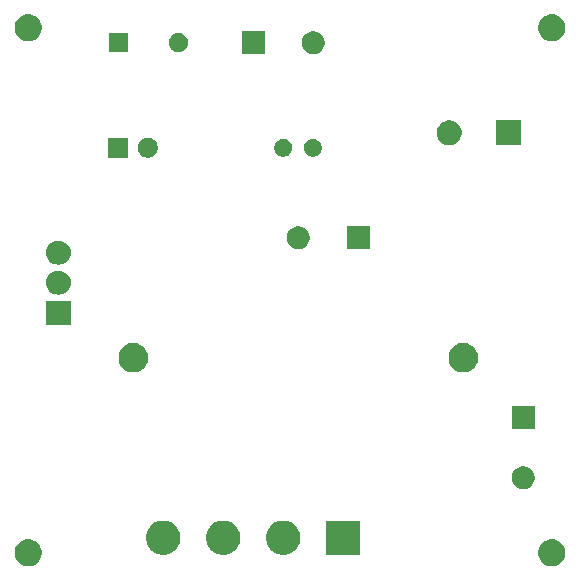
<source format=gbr>
%TF.GenerationSoftware,KiCad,Pcbnew,5.1.5-1.fc31*%
%TF.CreationDate,2020-03-22T17:11:10+01:00*%
%TF.ProjectId,zasilacz,7a617369-6c61-4637-9a2e-6b696361645f,1.0*%
%TF.SameCoordinates,Original*%
%TF.FileFunction,Soldermask,Bot*%
%TF.FilePolarity,Negative*%
%FSLAX46Y46*%
G04 Gerber Fmt 4.6, Leading zero omitted, Abs format (unit mm)*
G04 Created by KiCad (PCBNEW 5.1.5-1.fc31) date 2020-03-22 17:11:10*
%MOMM*%
%LPD*%
G04 APERTURE LIST*
%ADD10C,0.150000*%
G04 APERTURE END LIST*
D10*
G36*
X110714549Y-109361116D02*
G01*
X110825734Y-109383232D01*
X111035203Y-109469997D01*
X111223720Y-109595960D01*
X111384040Y-109756280D01*
X111510003Y-109944797D01*
X111596768Y-110154266D01*
X111641000Y-110376636D01*
X111641000Y-110603364D01*
X111596768Y-110825734D01*
X111510003Y-111035203D01*
X111384040Y-111223720D01*
X111223720Y-111384040D01*
X111035203Y-111510003D01*
X110825734Y-111596768D01*
X110714549Y-111618884D01*
X110603365Y-111641000D01*
X110376635Y-111641000D01*
X110265451Y-111618884D01*
X110154266Y-111596768D01*
X109944797Y-111510003D01*
X109756280Y-111384040D01*
X109595960Y-111223720D01*
X109469997Y-111035203D01*
X109383232Y-110825734D01*
X109339000Y-110603364D01*
X109339000Y-110376636D01*
X109383232Y-110154266D01*
X109469997Y-109944797D01*
X109595960Y-109756280D01*
X109756280Y-109595960D01*
X109944797Y-109469997D01*
X110154266Y-109383232D01*
X110265451Y-109361116D01*
X110376635Y-109339000D01*
X110603365Y-109339000D01*
X110714549Y-109361116D01*
G37*
G36*
X155037549Y-109361116D02*
G01*
X155148734Y-109383232D01*
X155358203Y-109469997D01*
X155546720Y-109595960D01*
X155707040Y-109756280D01*
X155833003Y-109944797D01*
X155919768Y-110154266D01*
X155964000Y-110376636D01*
X155964000Y-110603364D01*
X155919768Y-110825734D01*
X155833003Y-111035203D01*
X155707040Y-111223720D01*
X155546720Y-111384040D01*
X155358203Y-111510003D01*
X155148734Y-111596768D01*
X155037549Y-111618884D01*
X154926365Y-111641000D01*
X154699635Y-111641000D01*
X154588451Y-111618884D01*
X154477266Y-111596768D01*
X154267797Y-111510003D01*
X154079280Y-111384040D01*
X153918960Y-111223720D01*
X153792997Y-111035203D01*
X153706232Y-110825734D01*
X153662000Y-110603364D01*
X153662000Y-110376636D01*
X153706232Y-110154266D01*
X153792997Y-109944797D01*
X153918960Y-109756280D01*
X154079280Y-109595960D01*
X154267797Y-109469997D01*
X154477266Y-109383232D01*
X154588451Y-109361116D01*
X154699635Y-109339000D01*
X154926365Y-109339000D01*
X155037549Y-109361116D01*
G37*
G36*
X127423241Y-107824760D02*
G01*
X127687305Y-107934139D01*
X127924958Y-108092934D01*
X128127066Y-108295042D01*
X128285861Y-108532695D01*
X128395240Y-108796759D01*
X128451000Y-109077088D01*
X128451000Y-109362912D01*
X128395240Y-109643241D01*
X128285861Y-109907305D01*
X128127066Y-110144958D01*
X127924958Y-110347066D01*
X127687305Y-110505861D01*
X127423241Y-110615240D01*
X127142912Y-110671000D01*
X126857088Y-110671000D01*
X126576759Y-110615240D01*
X126312695Y-110505861D01*
X126075042Y-110347066D01*
X125872934Y-110144958D01*
X125714139Y-109907305D01*
X125604760Y-109643241D01*
X125549000Y-109362912D01*
X125549000Y-109077088D01*
X125604760Y-108796759D01*
X125714139Y-108532695D01*
X125872934Y-108295042D01*
X126075042Y-108092934D01*
X126312695Y-107934139D01*
X126576759Y-107824760D01*
X126857088Y-107769000D01*
X127142912Y-107769000D01*
X127423241Y-107824760D01*
G37*
G36*
X138611000Y-110671000D02*
G01*
X135709000Y-110671000D01*
X135709000Y-107769000D01*
X138611000Y-107769000D01*
X138611000Y-110671000D01*
G37*
G36*
X122343241Y-107824760D02*
G01*
X122607305Y-107934139D01*
X122844958Y-108092934D01*
X123047066Y-108295042D01*
X123205861Y-108532695D01*
X123315240Y-108796759D01*
X123371000Y-109077088D01*
X123371000Y-109362912D01*
X123315240Y-109643241D01*
X123205861Y-109907305D01*
X123047066Y-110144958D01*
X122844958Y-110347066D01*
X122607305Y-110505861D01*
X122343241Y-110615240D01*
X122062912Y-110671000D01*
X121777088Y-110671000D01*
X121496759Y-110615240D01*
X121232695Y-110505861D01*
X120995042Y-110347066D01*
X120792934Y-110144958D01*
X120634139Y-109907305D01*
X120524760Y-109643241D01*
X120469000Y-109362912D01*
X120469000Y-109077088D01*
X120524760Y-108796759D01*
X120634139Y-108532695D01*
X120792934Y-108295042D01*
X120995042Y-108092934D01*
X121232695Y-107934139D01*
X121496759Y-107824760D01*
X121777088Y-107769000D01*
X122062912Y-107769000D01*
X122343241Y-107824760D01*
G37*
G36*
X132503241Y-107824760D02*
G01*
X132767305Y-107934139D01*
X133004958Y-108092934D01*
X133207066Y-108295042D01*
X133365861Y-108532695D01*
X133475240Y-108796759D01*
X133531000Y-109077088D01*
X133531000Y-109362912D01*
X133475240Y-109643241D01*
X133365861Y-109907305D01*
X133207066Y-110144958D01*
X133004958Y-110347066D01*
X132767305Y-110505861D01*
X132503241Y-110615240D01*
X132222912Y-110671000D01*
X131937088Y-110671000D01*
X131656759Y-110615240D01*
X131392695Y-110505861D01*
X131155042Y-110347066D01*
X130952934Y-110144958D01*
X130794139Y-109907305D01*
X130684760Y-109643241D01*
X130629000Y-109362912D01*
X130629000Y-109077088D01*
X130684760Y-108796759D01*
X130794139Y-108532695D01*
X130952934Y-108295042D01*
X131155042Y-108092934D01*
X131392695Y-107934139D01*
X131656759Y-107824760D01*
X131937088Y-107769000D01*
X132222912Y-107769000D01*
X132503241Y-107824760D01*
G37*
G36*
X152680897Y-103214007D02*
G01*
X152856152Y-103286600D01*
X153013877Y-103391989D01*
X153148011Y-103526123D01*
X153253400Y-103683848D01*
X153325993Y-103859103D01*
X153363000Y-104045153D01*
X153363000Y-104234847D01*
X153325993Y-104420897D01*
X153253400Y-104596152D01*
X153148011Y-104753877D01*
X153013877Y-104888011D01*
X152856152Y-104993400D01*
X152680897Y-105065993D01*
X152494847Y-105103000D01*
X152305153Y-105103000D01*
X152119103Y-105065993D01*
X151943848Y-104993400D01*
X151786123Y-104888011D01*
X151651989Y-104753877D01*
X151546600Y-104596152D01*
X151474007Y-104420897D01*
X151437000Y-104234847D01*
X151437000Y-104045153D01*
X151474007Y-103859103D01*
X151546600Y-103683848D01*
X151651989Y-103526123D01*
X151786123Y-103391989D01*
X151943848Y-103286600D01*
X152119103Y-103214007D01*
X152305153Y-103177000D01*
X152494847Y-103177000D01*
X152680897Y-103214007D01*
G37*
G36*
X153363000Y-100023000D02*
G01*
X151437000Y-100023000D01*
X151437000Y-98097000D01*
X153363000Y-98097000D01*
X153363000Y-100023000D01*
G37*
G36*
X147684903Y-92777075D02*
G01*
X147912571Y-92871378D01*
X148117466Y-93008285D01*
X148291715Y-93182534D01*
X148428622Y-93387429D01*
X148522925Y-93615097D01*
X148571000Y-93856787D01*
X148571000Y-94103213D01*
X148522925Y-94344903D01*
X148428622Y-94572571D01*
X148291715Y-94777466D01*
X148117466Y-94951715D01*
X147912571Y-95088622D01*
X147912570Y-95088623D01*
X147912569Y-95088623D01*
X147684903Y-95182925D01*
X147443214Y-95231000D01*
X147196786Y-95231000D01*
X146955097Y-95182925D01*
X146727431Y-95088623D01*
X146727430Y-95088623D01*
X146727429Y-95088622D01*
X146522534Y-94951715D01*
X146348285Y-94777466D01*
X146211378Y-94572571D01*
X146117075Y-94344903D01*
X146069000Y-94103213D01*
X146069000Y-93856787D01*
X146117075Y-93615097D01*
X146211378Y-93387429D01*
X146348285Y-93182534D01*
X146522534Y-93008285D01*
X146727429Y-92871378D01*
X146955097Y-92777075D01*
X147196786Y-92729000D01*
X147443214Y-92729000D01*
X147684903Y-92777075D01*
G37*
G36*
X119744903Y-92777075D02*
G01*
X119972571Y-92871378D01*
X120177466Y-93008285D01*
X120351715Y-93182534D01*
X120488622Y-93387429D01*
X120582925Y-93615097D01*
X120631000Y-93856787D01*
X120631000Y-94103213D01*
X120582925Y-94344903D01*
X120488622Y-94572571D01*
X120351715Y-94777466D01*
X120177466Y-94951715D01*
X119972571Y-95088622D01*
X119972570Y-95088623D01*
X119972569Y-95088623D01*
X119744903Y-95182925D01*
X119503214Y-95231000D01*
X119256786Y-95231000D01*
X119015097Y-95182925D01*
X118787431Y-95088623D01*
X118787430Y-95088623D01*
X118787429Y-95088622D01*
X118582534Y-94951715D01*
X118408285Y-94777466D01*
X118271378Y-94572571D01*
X118177075Y-94344903D01*
X118129000Y-94103213D01*
X118129000Y-93856787D01*
X118177075Y-93615097D01*
X118271378Y-93387429D01*
X118408285Y-93182534D01*
X118582534Y-93008285D01*
X118787429Y-92871378D01*
X119015097Y-92777075D01*
X119256786Y-92729000D01*
X119503214Y-92729000D01*
X119744903Y-92777075D01*
G37*
G36*
X114081000Y-91173500D02*
G01*
X111979000Y-91173500D01*
X111979000Y-89166500D01*
X114081000Y-89166500D01*
X114081000Y-91173500D01*
G37*
G36*
X113175936Y-86631340D02*
G01*
X113274220Y-86641020D01*
X113463381Y-86698401D01*
X113637712Y-86791583D01*
X113790515Y-86916985D01*
X113915917Y-87069788D01*
X114009099Y-87244119D01*
X114066480Y-87433280D01*
X114085855Y-87630000D01*
X114066480Y-87826720D01*
X114009099Y-88015881D01*
X113915917Y-88190212D01*
X113790515Y-88343015D01*
X113637712Y-88468417D01*
X113463381Y-88561599D01*
X113274220Y-88618980D01*
X113175936Y-88628660D01*
X113126795Y-88633500D01*
X112933205Y-88633500D01*
X112884064Y-88628660D01*
X112785780Y-88618980D01*
X112596619Y-88561599D01*
X112422288Y-88468417D01*
X112269485Y-88343015D01*
X112144083Y-88190212D01*
X112050901Y-88015881D01*
X111993520Y-87826720D01*
X111974145Y-87630000D01*
X111993520Y-87433280D01*
X112050901Y-87244119D01*
X112144083Y-87069788D01*
X112269485Y-86916985D01*
X112422288Y-86791583D01*
X112596619Y-86698401D01*
X112785780Y-86641020D01*
X112884064Y-86631340D01*
X112933205Y-86626500D01*
X113126795Y-86626500D01*
X113175936Y-86631340D01*
G37*
G36*
X113175936Y-84091340D02*
G01*
X113274220Y-84101020D01*
X113463381Y-84158401D01*
X113637712Y-84251583D01*
X113790515Y-84376985D01*
X113915917Y-84529788D01*
X114009099Y-84704119D01*
X114066480Y-84893280D01*
X114085855Y-85090000D01*
X114066480Y-85286720D01*
X114009099Y-85475881D01*
X113915917Y-85650212D01*
X113790515Y-85803015D01*
X113637712Y-85928417D01*
X113463381Y-86021599D01*
X113274220Y-86078980D01*
X113175936Y-86088660D01*
X113126795Y-86093500D01*
X112933205Y-86093500D01*
X112884064Y-86088660D01*
X112785780Y-86078980D01*
X112596619Y-86021599D01*
X112422288Y-85928417D01*
X112269485Y-85803015D01*
X112144083Y-85650212D01*
X112050901Y-85475881D01*
X111993520Y-85286720D01*
X111974145Y-85090000D01*
X111993520Y-84893280D01*
X112050901Y-84704119D01*
X112144083Y-84529788D01*
X112269485Y-84376985D01*
X112422288Y-84251583D01*
X112596619Y-84158401D01*
X112785780Y-84101020D01*
X112884064Y-84091340D01*
X112933205Y-84086500D01*
X113126795Y-84086500D01*
X113175936Y-84091340D01*
G37*
G36*
X139393000Y-84783000D02*
G01*
X137467000Y-84783000D01*
X137467000Y-82857000D01*
X139393000Y-82857000D01*
X139393000Y-84783000D01*
G37*
G36*
X133630897Y-82894007D02*
G01*
X133806152Y-82966600D01*
X133963877Y-83071989D01*
X134098011Y-83206123D01*
X134203400Y-83363848D01*
X134275993Y-83539103D01*
X134313000Y-83725153D01*
X134313000Y-83914847D01*
X134275993Y-84100897D01*
X134203400Y-84276152D01*
X134098011Y-84433877D01*
X133963877Y-84568011D01*
X133806152Y-84673400D01*
X133630897Y-84745993D01*
X133444847Y-84783000D01*
X133255153Y-84783000D01*
X133069103Y-84745993D01*
X132893848Y-84673400D01*
X132736123Y-84568011D01*
X132601989Y-84433877D01*
X132496600Y-84276152D01*
X132424007Y-84100897D01*
X132387000Y-83914847D01*
X132387000Y-83725153D01*
X132424007Y-83539103D01*
X132496600Y-83363848D01*
X132601989Y-83206123D01*
X132736123Y-83071989D01*
X132893848Y-82966600D01*
X133069103Y-82894007D01*
X133255153Y-82857000D01*
X133444847Y-82857000D01*
X133630897Y-82894007D01*
G37*
G36*
X120858228Y-75381703D02*
G01*
X121013100Y-75445853D01*
X121152481Y-75538985D01*
X121271015Y-75657519D01*
X121364147Y-75796900D01*
X121428297Y-75951772D01*
X121461000Y-76116184D01*
X121461000Y-76283816D01*
X121428297Y-76448228D01*
X121364147Y-76603100D01*
X121271015Y-76742481D01*
X121152481Y-76861015D01*
X121013100Y-76954147D01*
X120858228Y-77018297D01*
X120693816Y-77051000D01*
X120526184Y-77051000D01*
X120361772Y-77018297D01*
X120206900Y-76954147D01*
X120067519Y-76861015D01*
X119948985Y-76742481D01*
X119855853Y-76603100D01*
X119791703Y-76448228D01*
X119759000Y-76283816D01*
X119759000Y-76116184D01*
X119791703Y-75951772D01*
X119855853Y-75796900D01*
X119948985Y-75657519D01*
X120067519Y-75538985D01*
X120206900Y-75445853D01*
X120361772Y-75381703D01*
X120526184Y-75349000D01*
X120693816Y-75349000D01*
X120858228Y-75381703D01*
G37*
G36*
X118961000Y-77051000D02*
G01*
X117259000Y-77051000D01*
X117259000Y-75349000D01*
X118961000Y-75349000D01*
X118961000Y-77051000D01*
G37*
G36*
X132299059Y-75477860D02*
G01*
X132435732Y-75534472D01*
X132558735Y-75616660D01*
X132663340Y-75721265D01*
X132745528Y-75844268D01*
X132802140Y-75980941D01*
X132831000Y-76126033D01*
X132831000Y-76273967D01*
X132802140Y-76419059D01*
X132745528Y-76555732D01*
X132663340Y-76678735D01*
X132558735Y-76783340D01*
X132435732Y-76865528D01*
X132435731Y-76865529D01*
X132435730Y-76865529D01*
X132299059Y-76922140D01*
X132153968Y-76951000D01*
X132006032Y-76951000D01*
X131860941Y-76922140D01*
X131724270Y-76865529D01*
X131724269Y-76865529D01*
X131724268Y-76865528D01*
X131601265Y-76783340D01*
X131496660Y-76678735D01*
X131414472Y-76555732D01*
X131357860Y-76419059D01*
X131329000Y-76273967D01*
X131329000Y-76126033D01*
X131357860Y-75980941D01*
X131414472Y-75844268D01*
X131496660Y-75721265D01*
X131601265Y-75616660D01*
X131724268Y-75534472D01*
X131860941Y-75477860D01*
X132006032Y-75449000D01*
X132153968Y-75449000D01*
X132299059Y-75477860D01*
G37*
G36*
X134799059Y-75477860D02*
G01*
X134935732Y-75534472D01*
X135058735Y-75616660D01*
X135163340Y-75721265D01*
X135245528Y-75844268D01*
X135302140Y-75980941D01*
X135331000Y-76126033D01*
X135331000Y-76273967D01*
X135302140Y-76419059D01*
X135245528Y-76555732D01*
X135163340Y-76678735D01*
X135058735Y-76783340D01*
X134935732Y-76865528D01*
X134935731Y-76865529D01*
X134935730Y-76865529D01*
X134799059Y-76922140D01*
X134653968Y-76951000D01*
X134506032Y-76951000D01*
X134360941Y-76922140D01*
X134224270Y-76865529D01*
X134224269Y-76865529D01*
X134224268Y-76865528D01*
X134101265Y-76783340D01*
X133996660Y-76678735D01*
X133914472Y-76555732D01*
X133857860Y-76419059D01*
X133829000Y-76273967D01*
X133829000Y-76126033D01*
X133857860Y-75980941D01*
X133914472Y-75844268D01*
X133996660Y-75721265D01*
X134101265Y-75616660D01*
X134224268Y-75534472D01*
X134360941Y-75477860D01*
X134506032Y-75449000D01*
X134653968Y-75449000D01*
X134799059Y-75477860D01*
G37*
G36*
X146436564Y-73919389D02*
G01*
X146627833Y-73998615D01*
X146627835Y-73998616D01*
X146799973Y-74113635D01*
X146946365Y-74260027D01*
X147061385Y-74432167D01*
X147140611Y-74623436D01*
X147181000Y-74826484D01*
X147181000Y-75033516D01*
X147140611Y-75236564D01*
X147080492Y-75381705D01*
X147061384Y-75427835D01*
X146946365Y-75599973D01*
X146799973Y-75746365D01*
X146627835Y-75861384D01*
X146627834Y-75861385D01*
X146627833Y-75861385D01*
X146436564Y-75940611D01*
X146233516Y-75981000D01*
X146026484Y-75981000D01*
X145823436Y-75940611D01*
X145632167Y-75861385D01*
X145632166Y-75861385D01*
X145632165Y-75861384D01*
X145460027Y-75746365D01*
X145313635Y-75599973D01*
X145198616Y-75427835D01*
X145179508Y-75381705D01*
X145119389Y-75236564D01*
X145079000Y-75033516D01*
X145079000Y-74826484D01*
X145119389Y-74623436D01*
X145198615Y-74432167D01*
X145313635Y-74260027D01*
X145460027Y-74113635D01*
X145632165Y-73998616D01*
X145632167Y-73998615D01*
X145823436Y-73919389D01*
X146026484Y-73879000D01*
X146233516Y-73879000D01*
X146436564Y-73919389D01*
G37*
G36*
X152181000Y-75981000D02*
G01*
X150079000Y-75981000D01*
X150079000Y-73879000D01*
X152181000Y-73879000D01*
X152181000Y-75981000D01*
G37*
G36*
X134900897Y-66384007D02*
G01*
X135076152Y-66456600D01*
X135233877Y-66561989D01*
X135368011Y-66696123D01*
X135473400Y-66853848D01*
X135545993Y-67029103D01*
X135583000Y-67215153D01*
X135583000Y-67404847D01*
X135545993Y-67590897D01*
X135473400Y-67766152D01*
X135368011Y-67923877D01*
X135233877Y-68058011D01*
X135076152Y-68163400D01*
X134900897Y-68235993D01*
X134714847Y-68273000D01*
X134525153Y-68273000D01*
X134339103Y-68235993D01*
X134163848Y-68163400D01*
X134006123Y-68058011D01*
X133871989Y-67923877D01*
X133766600Y-67766152D01*
X133694007Y-67590897D01*
X133657000Y-67404847D01*
X133657000Y-67215153D01*
X133694007Y-67029103D01*
X133766600Y-66853848D01*
X133871989Y-66696123D01*
X134006123Y-66561989D01*
X134163848Y-66456600D01*
X134339103Y-66384007D01*
X134525153Y-66347000D01*
X134714847Y-66347000D01*
X134900897Y-66384007D01*
G37*
G36*
X130503000Y-68273000D02*
G01*
X128577000Y-68273000D01*
X128577000Y-66347000D01*
X130503000Y-66347000D01*
X130503000Y-68273000D01*
G37*
G36*
X118923000Y-68123000D02*
G01*
X117297000Y-68123000D01*
X117297000Y-66497000D01*
X118923000Y-66497000D01*
X118923000Y-68123000D01*
G37*
G36*
X123427142Y-66528242D02*
G01*
X123575101Y-66589529D01*
X123708255Y-66678499D01*
X123821501Y-66791745D01*
X123910471Y-66924899D01*
X123971758Y-67072858D01*
X124003000Y-67229925D01*
X124003000Y-67390075D01*
X123971758Y-67547142D01*
X123910471Y-67695101D01*
X123821501Y-67828255D01*
X123708255Y-67941501D01*
X123575101Y-68030471D01*
X123427142Y-68091758D01*
X123270075Y-68123000D01*
X123109925Y-68123000D01*
X122952858Y-68091758D01*
X122804899Y-68030471D01*
X122671745Y-67941501D01*
X122558499Y-67828255D01*
X122469529Y-67695101D01*
X122408242Y-67547142D01*
X122377000Y-67390075D01*
X122377000Y-67229925D01*
X122408242Y-67072858D01*
X122469529Y-66924899D01*
X122558499Y-66791745D01*
X122671745Y-66678499D01*
X122804899Y-66589529D01*
X122952858Y-66528242D01*
X123109925Y-66497000D01*
X123270075Y-66497000D01*
X123427142Y-66528242D01*
G37*
G36*
X155037549Y-64911116D02*
G01*
X155148734Y-64933232D01*
X155358203Y-65019997D01*
X155546720Y-65145960D01*
X155707040Y-65306280D01*
X155833003Y-65494797D01*
X155919768Y-65704266D01*
X155964000Y-65926636D01*
X155964000Y-66153364D01*
X155919768Y-66375734D01*
X155833003Y-66585203D01*
X155707040Y-66773720D01*
X155546720Y-66934040D01*
X155358203Y-67060003D01*
X155358202Y-67060004D01*
X155358201Y-67060004D01*
X155296850Y-67085416D01*
X155148734Y-67146768D01*
X155037549Y-67168884D01*
X154926365Y-67191000D01*
X154699635Y-67191000D01*
X154588451Y-67168884D01*
X154477266Y-67146768D01*
X154329150Y-67085416D01*
X154267799Y-67060004D01*
X154267798Y-67060004D01*
X154267797Y-67060003D01*
X154079280Y-66934040D01*
X153918960Y-66773720D01*
X153792997Y-66585203D01*
X153706232Y-66375734D01*
X153662000Y-66153364D01*
X153662000Y-65926636D01*
X153706232Y-65704266D01*
X153792997Y-65494797D01*
X153918960Y-65306280D01*
X154079280Y-65145960D01*
X154267797Y-65019997D01*
X154477266Y-64933232D01*
X154588451Y-64911116D01*
X154699635Y-64889000D01*
X154926365Y-64889000D01*
X155037549Y-64911116D01*
G37*
G36*
X110714549Y-64911116D02*
G01*
X110825734Y-64933232D01*
X111035203Y-65019997D01*
X111223720Y-65145960D01*
X111384040Y-65306280D01*
X111510003Y-65494797D01*
X111596768Y-65704266D01*
X111641000Y-65926636D01*
X111641000Y-66153364D01*
X111596768Y-66375734D01*
X111510003Y-66585203D01*
X111384040Y-66773720D01*
X111223720Y-66934040D01*
X111035203Y-67060003D01*
X111035202Y-67060004D01*
X111035201Y-67060004D01*
X110973850Y-67085416D01*
X110825734Y-67146768D01*
X110714549Y-67168884D01*
X110603365Y-67191000D01*
X110376635Y-67191000D01*
X110265451Y-67168884D01*
X110154266Y-67146768D01*
X110006150Y-67085416D01*
X109944799Y-67060004D01*
X109944798Y-67060004D01*
X109944797Y-67060003D01*
X109756280Y-66934040D01*
X109595960Y-66773720D01*
X109469997Y-66585203D01*
X109383232Y-66375734D01*
X109339000Y-66153364D01*
X109339000Y-65926636D01*
X109383232Y-65704266D01*
X109469997Y-65494797D01*
X109595960Y-65306280D01*
X109756280Y-65145960D01*
X109944797Y-65019997D01*
X110154266Y-64933232D01*
X110265451Y-64911116D01*
X110376635Y-64889000D01*
X110603365Y-64889000D01*
X110714549Y-64911116D01*
G37*
M02*

</source>
